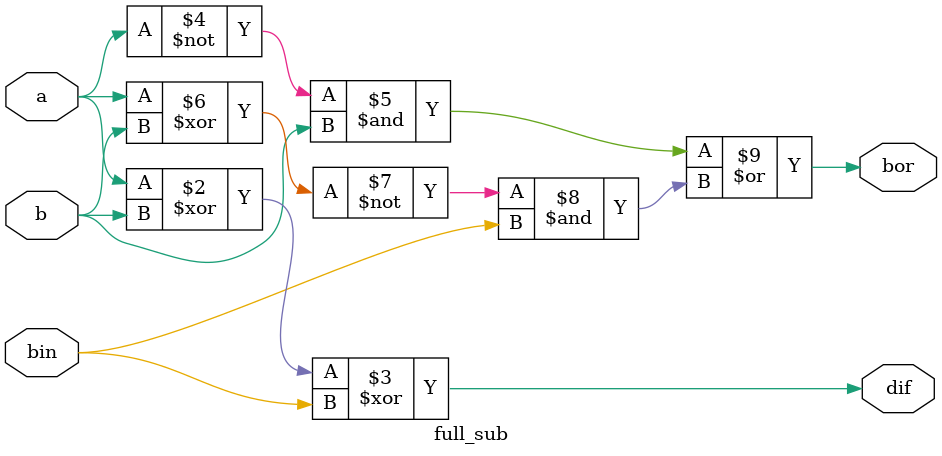
<source format=v>
module full_sub(input a,b,bin,output reg dif,bor);

always @(a or b or bin)
begin
dif = a^b^bin;
bor = (~a & b) | (~(a ^ b) & bin);
end

endmodule








 
//Gate-level/Structural	         Use logic gates (and, xor, or, not) and connect them with wires.	
//Data-flow	                 Use Boolean equations with assign.	
//Behavioral	                 Use always blocks with if/else, case, etc.	



/*Key Takeaways:
1.In Verilog, ?behavioral? just means:
You describe what the circuit does, not how it?s built from gates.
You do that using:
always blocks
procedural assignments (=, <=)
control-flow statements like if, else, case, for, etc.

But you don?t have to use all of these every time.
You choose the right tool depending on the logic you need.

2.The Full Subtractor equations are direct ? no need for if or loops.
Control flow (if, case, for) is used when:
There?s branching behavior (like multiplexing or FSMs), OR
You?re describing sequential circuits.


You?ll use if/case a LOT when you write finite state machines (FSMs) or ALUs.
For pure arithmetic or logic circuits that have straightforward Boolean formulas, you can just assign the equations directly.*/
</source>
